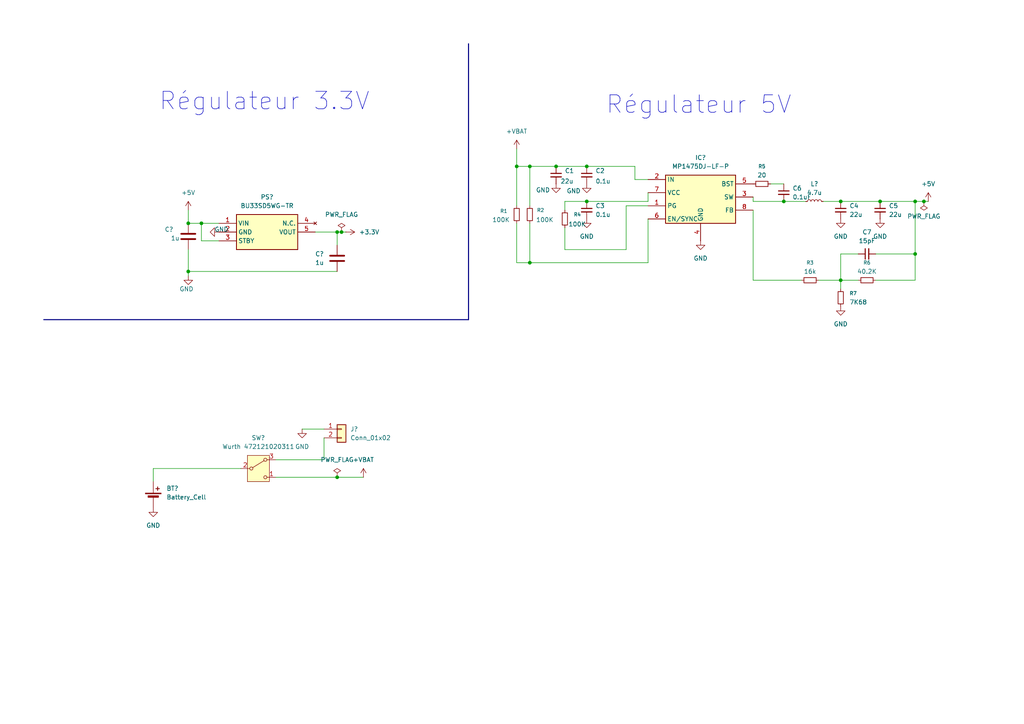
<source format=kicad_sch>
(kicad_sch (version 20250114) (generator "eeschema") (generator_version "9.0")
  (paper "A4")
  (lib_symbols
    (symbol "BU33SD5WG-TR:BU33SD5WG-TR"
      (property "Reference" "PS" (at 24.13 7.62 0))
      (property "Value" "BU33SD5WG-TR" (at 24.13 5.08 0))
      (symbol "BU33SD5WG-TR_1_1"
        (rectangle (start 5.08 2.54) (end 22.86 -7.62) (stroke (width 0.254)) (fill (type background)))
        (pin passive line (at 0 0 0) (length 5.08) (name "VIN") (number "1"))
        (pin passive line (at 0 -2.54 0) (length 5.08) (name "GND") (number "2"))
        (pin passive line (at 0 -5.08 0) (length 5.08) (name "STBY") (number "3"))
        (pin no_connect line (at 27.94 0 180) (length 5.08) (name "N.C.") (number "4"))
        (pin passive line (at 27.94 -2.54 180) (length 5.08) (name "VOUT") (number "5"))
      )
    )
    (symbol "Connector_Generic:Conn_01x02" (pin_names (offset 1.016) (hide yes))
      (property "Reference" "J" (at 0 2.54 0))
      (property "Value" "Conn_01x02" (at 0 -5.08 0))
      (symbol "Conn_01x02_1_1"
        (rectangle (start -1.27 1.27) (end 1.27 -3.81) (stroke (width 0.254)) (fill (type background)))
        (rectangle (start -1.27 0.127) (end 0 -0.127) (stroke (width 0.1524)))
        (rectangle (start -1.27 -2.413) (end 0 -2.667) (stroke (width 0.1524)))
        (pin passive line (at -5.08 0 0) (length 3.81) (name "Pin_1") (number "1"))
        (pin passive line (at -5.08 -2.54 0) (length 3.81) (name "Pin_2") (number "2"))
      )
    )
    (symbol "Device:Battery_Cell" (pin_numbers (hide yes)) (pin_names (offset 0) (hide yes))
      (property "Reference" "BT" (at 2.54 2.54 0))
      (property "Value" "Battery_Cell" (at 2.54 0 0))
      (symbol "Battery_Cell_0_1"
        (rectangle (start -2.286 1.778) (end 2.286 1.524) (fill (type outline)))
        (rectangle (start -1.524 1.016) (end 1.524 0.508) (fill (type outline)))
        (polyline (pts (xy 0 1.778) (xy 0 2.54)))
        (polyline (pts (xy 0 0.762) (xy 0 0)))
        (polyline (pts (xy 0.762 3.048) (xy 1.778 3.048)) (stroke (width 0.254)))
        (polyline (pts (xy 1.27 3.556) (xy 1.27 2.54)) (stroke (width 0.254)))
      )
      (symbol "Battery_Cell_1_1"
        (pin passive line (at 0 5.08 270) (length 2.54) (name "+") (number "1"))
        (pin passive line (at 0 -2.54 90) (length 2.54) (name "-") (number "2"))
      )
    )
    (symbol "Device:C" (pin_numbers (hide yes)) (pin_names (offset 0.254))
      (property "Reference" "C" (at 0.635 2.54 0))
      (property "Value" "C" (at 0.635 -2.54 0))
      (symbol "C_0_1"
        (polyline (pts (xy -2.032 0.762) (xy 2.032 0.762)) (stroke (width 0.508)))
        (polyline (pts (xy -2.032 -0.762) (xy 2.032 -0.762)) (stroke (width 0.508)))
      )
      (symbol "C_1_1"
        (pin passive line (at 0 3.81 270) (length 2.794) (name "~") (number "1"))
        (pin passive line (at 0 -3.81 90) (length 2.794) (name "~") (number "2"))
      )
    )
    (symbol "Device:C_Small" (pin_numbers (hide yes)) (pin_names (offset 0.254) (hide yes))
      (property "Reference" "C" (at 0.254 1.778 0))
      (property "Value" "C_Small" (at 0.254 -2.032 0))
      (symbol "C_Small_0_1"
        (polyline (pts (xy -1.524 0.508) (xy 1.524 0.508)) (stroke (width 0.3048)))
        (polyline (pts (xy -1.524 -0.508) (xy 1.524 -0.508)) (stroke (width 0.3302)))
      )
      (symbol "C_Small_1_1"
        (pin passive line (at 0 2.54 270) (length 2.032) (name "~") (number "1"))
        (pin passive line (at 0 -2.54 90) (length 2.032) (name "~") (number "2"))
      )
    )
    (symbol "Device:L_Small" (pin_numbers (hide yes)) (pin_names (offset 0.254) (hide yes))
      (property "Reference" "L" (at 0.762 1.016 0))
      (property "Value" "L_Small" (at 0.762 -1.016 0))
      (symbol "L_Small_0_1"
        (arc (start 0 2.032) (mid 0.5058 1.524) (end 0 1.016))
        (arc (start 0 1.016) (mid 0.5058 0.508) (end 0 0))
        (arc (start 0 0) (mid 0.5058 -0.508) (end 0 -1.016))
        (arc (start 0 -1.016) (mid 0.5058 -1.524) (end 0 -2.032))
      )
      (symbol "L_Small_1_1"
        (pin passive line (at 0 2.54 270) (length 0.508) (name "~") (number "1"))
        (pin passive line (at 0 -2.54 90) (length 0.508) (name "~") (number "2"))
      )
    )
    (symbol "Device:R_Small" (pin_numbers (hide yes)) (pin_names (offset 0.254) (hide yes))
      (property "Reference" "R" (at 0 0 90))
      (property "Value" "R_Small" (at 1.778 0 90))
      (symbol "R_Small_0_1"
        (rectangle (start -0.762 1.778) (end 0.762 -1.778) (stroke (width 0.2032)))
      )
      (symbol "R_Small_1_1"
        (pin passive line (at 0 2.54 270) (length 0.762) (name "~") (number "1"))
        (pin passive line (at 0 -2.54 90) (length 0.762) (name "~") (number "2"))
      )
    )
    (symbol "MP1475DJ-LF-P:MP1475DJ-LF-P"
      (property "Reference" "IC" (at 26.67 7.62 0))
      (property "Value" "MP1475DJ-LF-P" (at 26.67 5.08 0))
      (symbol "MP1475DJ-LF-P_1_1"
        (rectangle (start 5.08 2.54) (end 25.4 -11.43) (stroke (width 0.254)) (fill (type background)))
        (pin passive line (at 0 1.27 0) (length 5.08) (name "IN") (number "2"))
        (pin passive line (at 0 -2.54 0) (length 5.08) (name "VCC") (number "7"))
        (pin passive line (at 0 -6.35 0) (length 5.08) (name "PG") (number "1"))
        (pin passive line (at 0 -10.16 0) (length 5.08) (name "EN/SYNC") (number "6"))
        (pin passive line (at 15.24 -16.51 90) (length 5.08) (name "GND") (number "4"))
        (pin passive line (at 30.48 0 180) (length 5.08) (name "BST") (number "5"))
        (pin passive line (at 30.48 -3.81 180) (length 5.08) (name "SW") (number "3"))
        (pin passive line (at 30.48 -7.62 180) (length 5.08) (name "FB") (number "8"))
      )
    )
    (symbol "Switch:SW_Nidec_CAS-120A1" (pin_names (offset 1) (hide yes))
      (property "Reference" "SW" (at 0 4.318 0))
      (property "Value" "SW_Nidec_CAS-120A1" (at 0 -5.08 0))
      (symbol "SW_Nidec_CAS-120A1_0_1"
        (circle (center -2.032 0) (radius 0.4572))
        (polyline (pts (xy -1.651 0.254) (xy 1.651 2.286)))
        (circle (center 2.032 2.54) (radius 0.4572))
        (circle (center 2.032 -2.54) (radius 0.4572))
      )
      (symbol "SW_Nidec_CAS-120A1_1_1"
        (rectangle (start -3.175 3.81) (end 3.175 -3.81) (fill (type background)))
        (pin passive line (at -5.08 0 0) (length 2.54) (name "B") (number "2"))
        (pin passive line (at 5.08 2.54 180) (length 2.54) (name "A") (number "3"))
        (pin passive line (at 5.08 -2.54 180) (length 2.54) (name "C") (number "1"))
      )
    )
    (symbol "power:+10V" (power) (pin_numbers (hide yes)) (pin_names (offset 0) (hide yes))
      (property "Value" "+10V" (at 0 3.556 0))
      (symbol "+10V_0_1"
        (polyline (pts (xy -0.762 1.27) (xy 0 2.54)))
        (polyline (pts (xy 0 2.54) (xy 0.762 1.27)))
        (polyline (pts (xy 0 0) (xy 0 2.54)))
      )
      (symbol "+10V_1_1"
        (pin power_in line (at 0 0 90) (length 0) (name "~") (number "1"))
      )
    )
    (symbol "power:+3.3V" (power) (pin_numbers (hide yes)) (pin_names (offset 0) (hide yes))
      (property "Value" "+3.3V" (at 0 3.556 0))
      (symbol "+3.3V_0_1"
        (polyline (pts (xy -0.762 1.27) (xy 0 2.54)))
        (polyline (pts (xy 0 2.54) (xy 0.762 1.27)))
        (polyline (pts (xy 0 0) (xy 0 2.54)))
      )
      (symbol "+3.3V_1_1"
        (pin power_in line (at 0 0 90) (length 0) (name "~") (number "1"))
      )
    )
    (symbol "power:+5V" (power) (pin_numbers (hide yes)) (pin_names (offset 0) (hide yes))
      (property "Value" "+5V" (at 0 3.556 0))
      (symbol "+5V_0_1"
        (polyline (pts (xy -0.762 1.27) (xy 0 2.54)))
        (polyline (pts (xy 0 2.54) (xy 0.762 1.27)))
        (polyline (pts (xy 0 0) (xy 0 2.54)))
      )
      (symbol "+5V_1_1"
        (pin power_in line (at 0 0 90) (length 0) (name "~") (number "1"))
      )
    )
    (symbol "power:+7.5V" (power) (pin_numbers (hide yes)) (pin_names (offset 0) (hide yes))
      (property "Value" "+7.5V" (at 0 3.556 0))
      (symbol "+7.5V_0_1"
        (polyline (pts (xy -0.762 1.27) (xy 0 2.54)))
        (polyline (pts (xy 0 2.54) (xy 0.762 1.27)))
        (polyline (pts (xy 0 0) (xy 0 2.54)))
      )
      (symbol "+7.5V_1_1"
        (pin power_in line (at 0 0 90) (length 0) (name "~") (number "1"))
      )
    )
    (symbol "power:GND" (power) (pin_numbers (hide yes)) (pin_names (offset 0) (hide yes))
      (property "Value" "GND" (at 0 -3.81 0))
      (symbol "GND_0_1"
        (polyline (pts (xy 0 0) (xy 0 -1.27) (xy 1.27 -1.27) (xy 0 -2.54) (xy -1.27 -1.27) (xy 0 -1.27)))
      )
      (symbol "GND_1_1"
        (pin power_in line (at 0 0 270) (length 0) (name "~") (number "1"))
      )
    )
    (symbol "power:PWR_FLAG" (power) (pin_numbers (hide yes)) (pin_names (offset 0) (hide yes))
      (property "Value" "PWR_FLAG" (at 0 3.81 0))
      (symbol "PWR_FLAG_0_0"
        (pin power_out line (at 0 0 90) (length 0) (name "~") (number "1"))
      )
      (symbol "PWR_FLAG_0_1"
        (polyline (pts (xy 0 0) (xy 0 1.27) (xy -1.016 1.905) (xy 0 2.54) (xy 1.016 1.905) (xy 0 1.27)))
      )
    )
  )
  (text "Régulateur 5V\n" (at 202.692 30.48 0) (effects (font (size 5.08 5.08))))
  (text "Régulateur 3.3V\n" (at 76.708 29.464 0) (effects (font (size 5.08 5.08))))
  (junction (at 227.33 58.42))
  (junction (at 97.79 67.31))
  (junction (at 54.61 64.77))
  (junction (at 99.06 67.31))
  (junction (at 243.84 81.28))
  (junction (at 170.18 48.26))
  (junction (at 265.43 73.66))
  (junction (at 161.29 48.26))
  (junction (at 97.79 138.43))
  (junction (at 149.86 48.26))
  (junction (at 243.84 58.42))
  (junction (at 170.18 58.42))
  (junction (at 255.27 58.42))
  (junction (at 265.43 58.42))
  (junction (at 58.42 64.77))
  (junction (at 54.61 78.74))
  (junction (at 153.67 76.2))
  (junction (at 267.97 58.42))
  (junction (at 153.67 48.26))
  (wire (pts (xy 153.67 76.2) (xy 187.96 76.2)))
  (wire (pts (xy 187.96 52.07) (xy 184.15 52.07)))
  (wire (pts (xy 218.44 58.42) (xy 227.33 58.42)))
  (wire (pts (xy 227.33 58.42) (xy 233.68 58.42)))
  (wire (pts (xy 181.61 59.69) (xy 181.61 72.39)))
  (wire (pts (xy 153.67 64.77) (xy 153.67 76.2)))
  (wire (pts (xy 187.96 63.5) (xy 187.96 76.2)))
  (wire (pts (xy 58.42 64.77) (xy 63.5 64.77)))
  (wire (pts (xy 99.06 67.31) (xy 97.79 67.31)))
  (wire (pts (xy 80.01 138.43) (xy 97.79 138.43)))
  (wire (pts (xy 149.86 48.26) (xy 149.86 43.18)))
  (wire (pts (xy 187.96 58.42) (xy 187.96 55.88)))
  (wire (pts (xy 254 81.28) (xy 265.43 81.28)))
  (wire (pts (xy 243.84 81.28) (xy 248.92 81.28)))
  (bus (pts (xy 135.89 12.7) (xy 135.89 92.71)))
  (wire (pts (xy 44.45 139.7) (xy 44.45 135.89)))
  (wire (pts (xy 243.84 81.28) (xy 243.84 83.82)))
  (wire (pts (xy 149.86 48.26) (xy 153.67 48.26)))
  (wire (pts (xy 100.33 67.31) (xy 99.06 67.31)))
  (wire (pts (xy 93.98 127) (xy 93.98 133.35)))
  (wire (pts (xy 218.44 57.15) (xy 218.44 58.42)))
  (wire (pts (xy 223.52 53.34) (xy 227.33 53.34)))
  (wire (pts (xy 237.49 81.28) (xy 243.84 81.28)))
  (wire (pts (xy 44.45 135.89) (xy 69.85 135.89)))
  (wire (pts (xy 163.83 66.04) (xy 163.83 72.39)))
  (wire (pts (xy 184.15 52.07) (xy 184.15 48.26)))
  (wire (pts (xy 149.86 59.69) (xy 149.86 48.26)))
  (wire (pts (xy 161.29 48.26) (xy 170.18 48.26)))
  (wire (pts (xy 58.42 69.85) (xy 58.42 64.77)))
  (wire (pts (xy 54.61 78.74) (xy 97.79 78.74)))
  (wire (pts (xy 87.63 124.46) (xy 93.98 124.46)))
  (wire (pts (xy 153.67 48.26) (xy 153.67 59.69)))
  (wire (pts (xy 93.98 133.35) (xy 80.01 133.35)))
  (wire (pts (xy 91.44 67.31) (xy 97.79 67.31)))
  (wire (pts (xy 163.83 72.39) (xy 181.61 72.39)))
  (bus (pts (xy 12.7 92.71) (xy 135.89 92.71)))
  (wire (pts (xy 54.61 78.74) (xy 54.61 72.39)))
  (wire (pts (xy 255.27 58.42) (xy 265.43 58.42)))
  (wire (pts (xy 163.83 58.42) (xy 170.18 58.42)))
  (wire (pts (xy 97.79 138.43) (xy 105.41 138.43)))
  (wire (pts (xy 54.61 64.77) (xy 58.42 64.77)))
  (wire (pts (xy 218.44 81.28) (xy 218.44 60.96)))
  (wire (pts (xy 184.15 48.26) (xy 170.18 48.26)))
  (wire (pts (xy 97.79 67.31) (xy 97.79 71.12)))
  (wire (pts (xy 149.86 64.77) (xy 149.86 76.2)))
  (wire (pts (xy 254 73.66) (xy 265.43 73.66)))
  (wire (pts (xy 267.97 58.42) (xy 269.24 58.42)))
  (wire (pts (xy 243.84 58.42) (xy 255.27 58.42)))
  (wire (pts (xy 187.96 59.69) (xy 181.61 59.69)))
  (wire (pts (xy 149.86 76.2) (xy 153.67 76.2)))
  (wire (pts (xy 170.18 58.42) (xy 187.96 58.42)))
  (wire (pts (xy 265.43 58.42) (xy 265.43 73.66)))
  (wire (pts (xy 153.67 48.26) (xy 161.29 48.26)))
  (wire (pts (xy 163.83 60.96) (xy 163.83 58.42)))
  (wire (pts (xy 265.43 58.42) (xy 267.97 58.42)))
  (wire (pts (xy 243.84 81.28) (xy 243.84 73.66)))
  (wire (pts (xy 243.84 73.66) (xy 248.92 73.66)))
  (wire (pts (xy 54.61 80.01) (xy 54.61 78.74)))
  (wire (pts (xy 265.43 81.28) (xy 265.43 73.66)))
  (wire (pts (xy 218.44 81.28) (xy 232.41 81.28)))
  (wire (pts (xy 54.61 60.96) (xy 54.61 64.77)))
  (wire (pts (xy 63.5 69.85) (xy 58.42 69.85)))
  (wire (pts (xy 238.76 58.42) (xy 243.84 58.42)))
  (symbol (lib_id "Device:R_Small") (at 163.83 63.5 0) (unit 1)
    (property "Reference" "R4" (at 166.37 62.2299 0) (effects (font (size 1.016 1.016)) (justify left)))
    (property "Value" "100K" (at 164.846 65.024 0) (effects (justify left)))
    (property "Footprint" "Resistor_SMD:R_0603_1608Metric" (effects (hide yes)))
    (property "Description" "Resistor, small symbol" (effects (hide yes)))
  )
  (symbol (lib_id "Device:R_Small") (at 220.98 53.34 90) (unit 1)
    (property "Reference" "R5" (at 220.98 48.26 90) (effects (font (size 1.016 1.016))))
    (property "Value" "20" (at 220.98 50.8 90))
    (property "Footprint" "Resistor_SMD:R_0603_1608Metric" (effects (hide yes)))
    (property "Description" "Resistor, small symbol" (effects (hide yes)))
  )
  (symbol (lib_id "Device:C_Small") (at 255.27 60.96 0) (unit 1)
    (property "Reference" "C5" (at 257.81 59.6962 0) (effects (justify left)))
    (property "Value" "22u" (at 257.81 62.2362 0) (effects (justify left)))
    (property "Footprint" "Capacitor_SMD:C_0201_0603Metric" (effects (hide yes)))
    (property "Description" "Unpolarized capacitor, small symbol" (effects (hide yes)))
  )
  (symbol (lib_id "power:PWR_FLAG") (at 97.79 138.43 0) (unit 1)
    (property "Reference" "#FLG01" (effects (hide yes)))
    (property "Value" "PWR_FLAG" (at 97.79 133.35 0))
    (property "Description" "Special symbol for telling ERC where power comes from" (effects (hide yes)))
  )
  (symbol (lib_id "power:GND") (at 63.5 67.31 270) (unit 1)
    (property "Reference" "#PWR?" (effects (hide yes)))
    (property "Value" "GND" (at 66.294 66.548 90) (effects (justify right)))
    (property "Description" "Power symbol creates a global label with name \"GND\" , ground" (effects (hide yes)))
  )
  (symbol (lib_id "power:GND") (at 161.29 53.34 0) (unit 1)
    (property "Reference" "#PWR?" (effects (hide yes)))
    (property "Value" "GND" (at 157.48 55.118 0))
    (property "Description" "Power symbol creates a global label with name \"GND\" , ground" (effects (hide yes)))
  )
  (symbol (lib_id "power:GND") (at 170.18 53.34 0) (unit 1)
    (property "Reference" "#PWR?" (effects (hide yes)))
    (property "Value" "GND" (at 166.37 55.372 0))
    (property "Description" "Power symbol creates a global label with name \"GND\" , ground" (effects (hide yes)))
  )
  (symbol (lib_id "Device:C") (at 97.79 74.93 0) (mirror x) (unit 1)
    (property "Reference" "C?" (at 93.98 73.6599 0) (effects (justify right)))
    (property "Value" "1u" (at 93.98 76.1999 0) (effects (justify right)))
    (property "Footprint" "Capacitor_SMD:C_0603_1608Metric" (effects (hide yes)))
    (property "Description" "Unpolarized capacitor" (effects (hide yes)))
  )
  (symbol (lib_id "power:GND") (at 255.27 63.5 0) (unit 1)
    (property "Reference" "#PWR?" (effects (hide yes)))
    (property "Value" "GND" (at 255.27 68.58 0))
    (property "Description" "Power symbol creates a global label with name \"GND\" , ground" (effects (hide yes)))
  )
  (symbol (lib_id "power:+5V") (at 269.24 58.42 0) (unit 1)
    (property "Reference" "#PWR?" (effects (hide yes)))
    (property "Value" "+5V" (at 269.24 53.34 0))
    (property "Description" "Power symbol creates a global label with name \"+5V\"" (effects (hide yes)))
  )
  (symbol (lib_id "Device:C_Small") (at 251.46 73.66 90) (unit 1)
    (property "Reference" "C7" (at 251.4663 67.31 90))
    (property "Value" "15pF" (at 251.4663 69.85 90))
    (property "Footprint" "Capacitor_SMD:C_0201_0603Metric" (effects (hide yes)))
    (property "Description" "Unpolarized capacitor, small symbol" (effects (hide yes)))
  )
  (symbol (lib_id "Device:C_Small") (at 227.33 55.88 0) (unit 1)
    (property "Reference" "C6" (at 229.87 54.6162 0) (effects (justify left)))
    (property "Value" "0.1uF" (at 229.87 57.1562 0) (effects (justify left)))
    (property "Footprint" "Capacitor_SMD:C_0201_0603Metric" (effects (hide yes)))
    (property "Description" "Unpolarized capacitor, small symbol" (effects (hide yes)))
  )
  (symbol (lib_id "Switch:SW_Nidec_CAS-120A1") (at 74.93 135.89 0) (unit 1)
    (property "Reference" "SW?" (at 74.93 127 0))
    (property "Value" "Wurth 472121020311" (at 74.93 129.54 0))
    (property "Footprint" "Button_Switch_SMD:Nidec_Copal_CAS-120A" (effects (hide yes)))
    (property "Datasheet" "https://www.nidec-components.com/e/catalog/switch/cas.pdf" (effects (hide yes)))
    (property "Description" "Switch, single pole double throw" (effects (hide yes)))
  )
  (symbol (lib_id "Device:R_Small") (at 149.86 62.23 0) (unit 1)
    (property "Reference" "R1" (at 145.034 61.214 0) (effects (font (size 1.016 1.016)) (justify left)))
    (property "Value" "100K" (at 142.748 63.754 0) (effects (justify left)))
    (property "Footprint" "Resistor_SMD:R_0603_1608Metric" (effects (hide yes)))
    (property "Description" "Resistor, small symbol" (effects (hide yes)))
  )
  (symbol (lib_id "Device:L_Small") (at 236.22 58.42 90) (unit 1)
    (property "Reference" "L?" (at 236.22 53.34 90))
    (property "Value" "4.7u" (at 236.22 55.88 90))
    (property "Footprint" "Inductor_SMD:L_APV_ANR5040" (effects (hide yes)))
    (property "Description" "Inductor, small symbol" (effects (hide yes)))
  )
  (symbol (lib_id "BU33SD5WG-TR:BU33SD5WG-TR") (at 63.5 64.77 0) (unit 1)
    (property "Reference" "PS?" (at 77.47 57.15 0))
    (property "Value" "BU33SD5WG-TR" (at 77.47 59.69 0))
    (property "Footprint" "Package_SO:TSOP-5_1.65x3.05mm_P0.95mm" (effects (hide yes)))
    (property "Datasheet" "https://componentsearchengine.com/Datasheets/1/BU33SD5WG-TR.pdf" (effects (hide yes)))
    (property "Description" "LDO regulator,3.3V,0.5A,standby,SSOP5 ROHM BU33SD5WG-TR, LDO Voltage Regulator, 0.5A, 3.3 V +/-2%, 1.7  6 Vin, 5-Pin SSOP" (effects (hide yes)))
    (property "Height" "1.25" (effects (hide yes)))
    (property "Manufacturer_Name" "ROHM Semiconductor" (effects (hide yes)))
    (property "Manufacturer_Part_Number" "BU33SD5WG-TR" (effects (hide yes)))
    (property "Mouser Part Number" "755-BU33SD5WG-TR" (effects (hide yes)))
    (property "Mouser Price/Stock" "https://www.mouser.co.uk/ProductDetail/ROHM-Semiconductor/BU33SD5WG-TR?qs=%2FKR40Cd6GUrQDzRkUEt69Q%3D%3D" (effects (hide yes)))
  )
  (symbol (lib_id "Device:R_Small") (at 153.67 62.23 0) (unit 1)
    (property "Reference" "R2" (at 155.702 60.96 0) (effects (font (size 1.016 1.016)) (justify left)))
    (property "Value" "100K" (at 155.448 63.754 0) (effects (justify left)))
    (property "Footprint" "Resistor_SMD:R_0603_1608Metric" (effects (hide yes)))
    (property "Description" "Resistor, small symbol" (effects (hide yes)))
  )
  (symbol (lib_id "MP1475DJ-LF-P:MP1475DJ-LF-P") (at 187.96 53.34 0) (unit 1)
    (property "Reference" "IC?" (at 203.2 45.72 0))
    (property "Value" "MP1475DJ-LF-P" (at 203.2 48.26 0))
    (property "Footprint" "Package_TO_SOT_SMD:TSOT-23-8_HandSoldering" (effects (hide yes)))
    (property "Datasheet" "https://www.monolithicpower.com/en/documentview/productdocument/index/version/2/document_type/Datasheet/lang/en/sku/MP1475/document_id/342" (effects (hide yes)))
    (property "Height" "1" (effects (hide yes)))
    (property "Manufacturer_Name" "Monolithic Power Systems (MPS)" (effects (hide yes)))
    (property "Manufacturer_Part_Number" "MP1475DJ-LF-P" (effects (hide yes)))
  )
  (symbol (lib_id "Device:C_Small") (at 170.18 60.96 0) (unit 1)
    (property "Reference" "C3" (at 172.72 59.6962 0) (effects (justify left)))
    (property "Value" "0.1u" (at 172.72 62.2362 0) (effects (justify left)))
    (property "Footprint" "Capacitor_SMD:C_0201_0603Metric" (effects (hide yes)))
    (property "Description" "Unpolarized capacitor, small symbol" (effects (hide yes)))
  )
  (symbol (lib_id "Device:R_Small") (at 243.84 86.36 0) (unit 1)
    (property "Reference" "R7" (at 246.38 85.0899 0) (effects (font (size 1.016 1.016)) (justify left)))
    (property "Value" "7K68" (at 246.38 87.6299 0) (effects (justify left)))
    (property "Footprint" "Resistor_SMD:R_0603_1608Metric" (effects (hide yes)))
    (property "Description" "Resistor, small symbol" (effects (hide yes)))
  )
  (symbol (lib_id "Device:C_Small") (at 161.29 50.8 0) (unit 1)
    (property "Reference" "C1" (at 163.83 49.5362 0) (effects (justify left)))
    (property "Value" "22u" (at 162.56 52.578 0) (effects (justify left)))
    (property "Footprint" "Capacitor_SMD:C_0201_0603Metric" (effects (hide yes)))
    (property "Description" "Unpolarized capacitor, small symbol" (effects (hide yes)))
  )
  (symbol (lib_id "power:GND") (at 243.84 88.9 0) (unit 1)
    (property "Reference" "#PWR?" (effects (hide yes)))
    (property "Value" "GND" (at 243.84 93.98 0))
    (property "Description" "Power symbol creates a global label with name \"GND\" , ground" (effects (hide yes)))
  )
  (symbol (lib_id "power:+10V") (at 105.41 138.43 0) (unit 1)
    (property "Reference" "#PWR?" (effects (hide yes)))
    (property "Value" "+VBAT" (at 105.41 133.35 0))
    (property "Description" "Power symbol creates a global label with name \"+10V\"" (effects (hide yes)))
  )
  (symbol (lib_id "power:PWR_FLAG") (at 267.97 58.42 180) (unit 1)
    (property "Reference" "#FLG08" (effects (hide yes)))
    (property "Value" "PWR_FLAG" (at 267.97 62.7495 0))
    (property "Description" "Special symbol for telling ERC where power comes from" (effects (hide yes)))
  )
  (symbol (lib_id "Device:C_Small") (at 170.18 50.8 0) (unit 1)
    (property "Reference" "C2" (at 172.72 49.5362 0) (effects (justify left)))
    (property "Value" "0.1u" (at 172.72 52.578 0) (effects (justify left)))
    (property "Footprint" "Capacitor_SMD:C_0201_0603Metric" (effects (hide yes)))
    (property "Description" "Unpolarized capacitor, small symbol" (effects (hide yes)))
  )
  (symbol (lib_id "power:GND") (at 243.84 63.5 0) (unit 1)
    (property "Reference" "#PWR?" (effects (hide yes)))
    (property "Value" "GND" (at 243.84 68.58 0))
    (property "Description" "Power symbol creates a global label with name \"GND\" , ground" (effects (hide yes)))
  )
  (symbol (lib_id "Device:C") (at 54.61 68.58 0) (unit 1)
    (property "Reference" "C?" (at 47.752 66.548 0) (effects (justify left)))
    (property "Value" "1u" (at 49.53 69.088 0) (effects (justify left)))
    (property "Footprint" "Capacitor_SMD:C_0603_1608Metric" (effects (hide yes)))
    (property "Description" "Unpolarized capacitor" (effects (hide yes)))
  )
  (symbol (lib_id "power:GND") (at 87.63 124.46 0) (unit 1)
    (property "Reference" "#PWR?" (effects (hide yes)))
    (property "Value" "GND" (at 87.63 129.54 0))
    (property "Description" "Power symbol creates a global label with name \"GND\" , ground" (effects (hide yes)))
  )
  (symbol (lib_id "power:+5V") (at 54.61 60.96 0) (unit 1)
    (property "Reference" "#PWR?" (effects (hide yes)))
    (property "Value" "+5V" (at 54.61 55.88 0))
    (property "Description" "Power symbol creates a global label with name \"+5V\"" (effects (hide yes)))
  )
  (symbol (lib_id "Device:C_Small") (at 243.84 60.96 0) (unit 1)
    (property "Reference" "C4" (at 246.38 59.6962 0) (effects (justify left)))
    (property "Value" "22u" (at 246.38 62.2362 0) (effects (justify left)))
    (property "Footprint" "Capacitor_SMD:C_0201_0603Metric" (effects (hide yes)))
    (property "Description" "Unpolarized capacitor, small symbol" (effects (hide yes)))
  )
  (symbol (lib_id "power:GND") (at 44.45 147.32 0) (unit 1)
    (property "Reference" "#PWR?" (effects (hide yes)))
    (property "Value" "GND" (at 44.45 152.4 0))
    (property "Description" "Power symbol creates a global label with name \"GND\" , ground" (effects (hide yes)))
  )
  (symbol (lib_id "Device:R_Small") (at 251.46 81.28 90) (unit 1)
    (property "Reference" "R6" (at 251.46 76.2 90) (effects (font (size 1.016 1.016))))
    (property "Value" "40.2K" (at 251.46 78.74 90))
    (property "Footprint" "Resistor_SMD:R_0603_1608Metric" (effects (hide yes)))
    (property "Description" "Resistor, small symbol" (effects (hide yes)))
  )
  (symbol (lib_id "power:+3.3V") (at 100.33 67.31 270) (unit 1)
    (property "Reference" "#PWR?" (effects (hide yes)))
    (property "Value" "+3.3V" (at 104.14 67.3099 90) (effects (justify left)))
    (property "Description" "Power symbol creates a global label with name \"+3.3V\"" (effects (hide yes)))
  )
  (symbol (lib_id "power:GND") (at 54.61 80.01 0) (unit 1)
    (property "Reference" "#PWR?" (effects (hide yes)))
    (property "Value" "GND" (at 56.134 83.82 0) (effects (justify right)))
    (property "Description" "Power symbol creates a global label with name \"GND\" , ground" (effects (hide yes)))
  )
  (symbol (lib_id "power:GND") (at 203.2 69.85 0) (unit 1)
    (property "Reference" "#PWR?" (effects (hide yes)))
    (property "Value" "GND" (at 203.2 74.93 0))
    (property "Description" "Power symbol creates a global label with name \"GND\" , ground" (effects (hide yes)))
  )
  (symbol (lib_id "power:+7.5V") (at 149.86 43.18 0) (unit 1)
    (property "Reference" "#PWR?" (effects (hide yes)))
    (property "Value" "+VBAT" (at 149.86 38.1 0))
    (property "Description" "Power symbol creates a global label with name \"+7.5V\"" (effects (hide yes)))
  )
  (symbol (lib_id "Device:R_Small") (at 234.95 81.28 90) (unit 1)
    (property "Reference" "R3" (at 234.95 76.2 90) (effects (font (size 1.016 1.016))))
    (property "Value" "16k" (at 234.95 78.74 90))
    (property "Footprint" "Resistor_SMD:R_0603_1608Metric" (effects (hide yes)))
    (property "Description" "Resistor, small symbol" (effects (hide yes)))
  )
  (symbol (lib_id "power:PWR_FLAG") (at 99.06 67.31 0) (unit 1)
    (property "Reference" "#FLG09" (effects (hide yes)))
    (property "Value" "PWR_FLAG" (at 99.06 62.23 0))
    (property "Description" "Special symbol for telling ERC where power comes from" (effects (hide yes)))
  )
  (symbol (lib_id "Connector_Generic:Conn_01x02") (at 99.06 124.46 0) (unit 1)
    (property "Reference" "J?" (at 101.6 124.4599 0) (effects (justify left)))
    (property "Value" "Conn_01x02" (at 101.6 126.9999 0) (effects (justify left)))
    (property "Footprint" "Connector_JST:JST_EH_B2B-EH-A_1x02_P2.50mm_Vertical" (effects (hide yes)))
    (property "Description" "Generic connector, single row, 01x02, script generated (kicad-library-utils/schlib/autogen/connector/)" (effects (hide yes)))
  )
  (symbol (lib_id "Device:Battery_Cell") (at 44.45 144.78 0) (unit 1)
    (property "Reference" "BT?" (at 48.26 141.6684 0) (effects (justify left)))
    (property "Value" "Battery_Cell" (at 48.26 144.2084 0) (effects (justify left)))
    (property "Footprint" "Connector_JST:JST_XH_S2B-XH-A-1_1x02_P2.50mm_Horizontal" (effects (hide yes)))
    (property "Description" "Single-cell battery" (effects (hide yes)))
  )
  (symbol (lib_id "power:GND") (at 170.18 63.5 0) (unit 1)
    (property "Reference" "#PWR?" (effects (hide yes)))
    (property "Value" "GND" (at 170.18 68.58 0))
    (property "Description" "Power symbol creates a global label with name \"GND\" , ground" (effects (hide yes)))
  )
)
</source>
